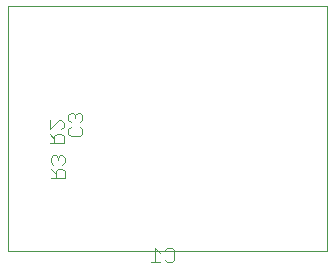
<source format=gbo>
G75*
%MOIN*%
%OFA0B0*%
%FSLAX24Y24*%
%IPPOS*%
%LPD*%
%AMOC8*
5,1,8,0,0,1.08239X$1,22.5*
%
%ADD10C,0.0000*%
%ADD11C,0.0040*%
D10*
X000163Y000665D02*
X000163Y008814D01*
X010792Y008814D01*
X010792Y000665D01*
X000163Y000665D01*
D11*
X001596Y003075D02*
X002057Y003075D01*
X002057Y003305D01*
X001980Y003381D01*
X001826Y003381D01*
X001750Y003305D01*
X001750Y003075D01*
X001750Y003228D02*
X001596Y003381D01*
X001673Y003535D02*
X001596Y003612D01*
X001596Y003765D01*
X001673Y003842D01*
X001750Y003842D01*
X001826Y003765D01*
X001826Y003688D01*
X001826Y003765D02*
X001903Y003842D01*
X001980Y003842D01*
X002057Y003765D01*
X002057Y003612D01*
X001980Y003535D01*
X002017Y004244D02*
X001557Y004244D01*
X001710Y004244D02*
X001710Y004474D01*
X001787Y004551D01*
X001941Y004551D01*
X002017Y004474D01*
X002017Y004244D01*
X002257Y004488D02*
X002180Y004565D01*
X002180Y004718D01*
X002257Y004795D01*
X002257Y004948D02*
X002180Y005025D01*
X002180Y005179D01*
X002257Y005255D01*
X002334Y005255D01*
X002410Y005179D01*
X002410Y005102D01*
X002410Y005179D02*
X002487Y005255D01*
X002564Y005255D01*
X002641Y005179D01*
X002641Y005025D01*
X002564Y004948D01*
X002564Y004795D02*
X002641Y004718D01*
X002641Y004565D01*
X002564Y004488D01*
X002257Y004488D01*
X002017Y004781D02*
X001941Y004704D01*
X002017Y004781D02*
X002017Y004934D01*
X001941Y005011D01*
X001864Y005011D01*
X001557Y004704D01*
X001557Y005011D01*
X001557Y004551D02*
X001710Y004397D01*
X005077Y000747D02*
X005077Y000287D01*
X005230Y000287D02*
X004923Y000287D01*
X005230Y000594D02*
X005077Y000747D01*
X005384Y000670D02*
X005460Y000747D01*
X005614Y000747D01*
X005690Y000670D01*
X005690Y000363D01*
X005614Y000287D01*
X005460Y000287D01*
X005384Y000363D01*
M02*

</source>
